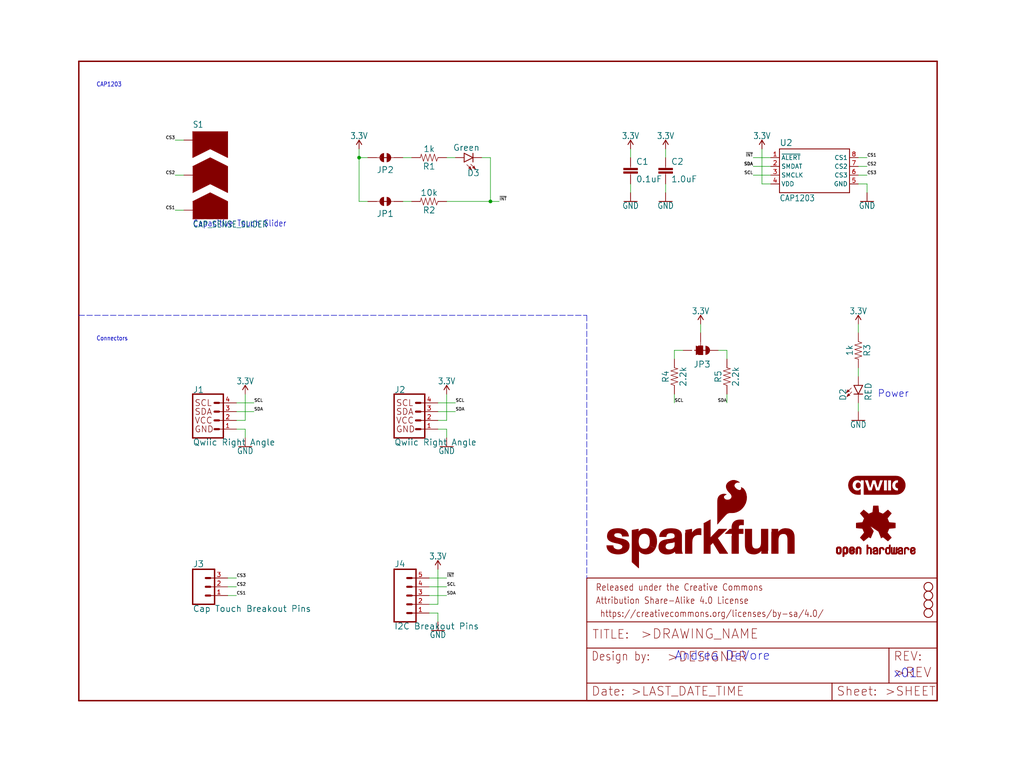
<source format=kicad_sch>
(kicad_sch (version 20211123) (generator eeschema)
  (paper "User" 297.002 223.926)
  (lib_symbols
    (symbol "eagleSchem-eagle-import:0.1UF-0603-25V-5%"
      (property "Reference" "C" (at 1.524 2.921 0))
      (property "Value" "0.1UF-0603-25V-5%" (at 1.524 -2.159 0))
      (symbol "0.1UF-0603-25V-5%_1_0"
        (pin passive line (at 0 5.08 270) (length 2.54) (name "1") (number "1"))
        (pin passive line (at 0 -2.54 90) (length 2.54) (name "2") (number "2"))
      )
    )
    (symbol "eagleSchem-eagle-import:1.0UF-0603-16V-10%"
      (property "Reference" "C" (at 1.524 2.921 0))
      (property "Value" "1.0UF-0603-16V-10%" (at 1.524 -2.159 0))
      (symbol "1.0UF-0603-16V-10%_1_0"
        (pin passive line (at 0 5.08 270) (length 2.54) (name "1") (number "1"))
        (pin passive line (at 0 -2.54 90) (length 2.54) (name "2") (number "2"))
      )
    )
    (symbol "eagleSchem-eagle-import:10KOHM-0603-1{slash}10W-1%"
      (property "Reference" "R" (at 0 1.524 0))
      (property "Value" "10KOHM-0603-1{slash}10W-1%" (at 0 -1.524 0))
      (symbol "10KOHM-0603-1{slash}10W-1%_1_0"
        (pin passive line (at -5.08 0 0) (length 2.54) (name "1") (number "1"))
        (pin passive line (at 5.08 0 180) (length 2.54) (name "2") (number "2"))
      )
    )
    (symbol "eagleSchem-eagle-import:1KOHM-0603-1{slash}10W-1%"
      (property "Reference" "R" (at 0 1.524 0))
      (property "Value" "1KOHM-0603-1{slash}10W-1%" (at 0 -1.524 0))
      (symbol "1KOHM-0603-1{slash}10W-1%_1_0"
        (pin passive line (at -5.08 0 0) (length 2.54) (name "1") (number "1"))
        (pin passive line (at 5.08 0 180) (length 2.54) (name "2") (number "2"))
      )
    )
    (symbol "eagleSchem-eagle-import:2.2KOHM-0603-1{slash}10W-1%"
      (property "Reference" "R" (at 0 1.524 0))
      (property "Value" "2.2KOHM-0603-1{slash}10W-1%" (at 0 -1.524 0))
      (symbol "2.2KOHM-0603-1{slash}10W-1%_1_0"
        (pin passive line (at -5.08 0 0) (length 2.54) (name "1") (number "1"))
        (pin passive line (at 5.08 0 180) (length 2.54) (name "2") (number "2"))
      )
    )
    (symbol "eagleSchem-eagle-import:3.3V" (power)
      (property "Value" "3.3V" (at 0 2.794 0))
      (symbol "3.3V_1_0"
        (pin power_in line (at 0 0 90) (length 2.54) (name "3.3V") (number "1"))
      )
    )
    (symbol "eagleSchem-eagle-import:CAP1203"
      (property "Reference" "U" (at -10.16 5.842 0))
      (property "Value" "CAP1203" (at -10.16 -10.16 0))
      (symbol "CAP1203_1_0"
        (pin output line (at -12.7 2.54 0) (length 2.54) (name "~{ALERT}") (number "1"))
        (pin bidirectional line (at -12.7 0 0) (length 2.54) (name "SMDAT") (number "2"))
        (pin input line (at -12.7 -2.54 0) (length 2.54) (name "SMCLK") (number "3"))
        (pin power_in line (at -12.7 -5.08 0) (length 2.54) (name "VDD") (number "4"))
        (pin power_in line (at 12.7 -5.08 180) (length 2.54) (name "GND") (number "5"))
        (pin bidirectional line (at 12.7 -2.54 180) (length 2.54) (name "CS3") (number "6"))
        (pin bidirectional line (at 12.7 0 180) (length 2.54) (name "CS2") (number "7"))
        (pin bidirectional line (at 12.7 2.54 180) (length 2.54) (name "CS1") (number "8"))
      )
    )
    (symbol "eagleSchem-eagle-import:CAP_SENSE_SLIDER"
      (property "Reference" "S" (at -5.08 13.716 0))
      (property "Value" "CAP_SENSE_SLIDER" (at -5.08 -15.24 0))
      (symbol "CAP_SENSE_SLIDER_1_0"
        (pin bidirectional line (at -7.62 -10.16 0) (length 2.54) (name "1") (number "1"))
        (pin bidirectional line (at -7.62 0 0) (length 2.54) (name "2") (number "2"))
        (pin bidirectional line (at -7.62 10.16 0) (length 2.54) (name "3") (number "3"))
      )
    )
    (symbol "eagleSchem-eagle-import:CONN_031X03_NO_SILK"
      (property "Reference" "J" (at -2.54 5.588 0))
      (property "Value" "CONN_031X03_NO_SILK" (at -2.54 -7.366 0))
      (symbol "CONN_031X03_NO_SILK_1_0"
        (pin passive line (at 7.62 -2.54 180) (length 5.08) (name "1") (number "1"))
        (pin passive line (at 7.62 0 180) (length 5.08) (name "2") (number "2"))
        (pin passive line (at 7.62 2.54 180) (length 5.08) (name "3") (number "3"))
      )
    )
    (symbol "eagleSchem-eagle-import:CONN_05NO_SILK"
      (property "Reference" "J" (at -2.54 8.128 0))
      (property "Value" "CONN_05NO_SILK" (at -2.54 -9.906 0))
      (symbol "CONN_05NO_SILK_1_0"
        (pin passive line (at 7.62 -5.08 180) (length 5.08) (name "1") (number "1"))
        (pin passive line (at 7.62 -2.54 180) (length 5.08) (name "2") (number "2"))
        (pin passive line (at 7.62 0 180) (length 5.08) (name "3") (number "3"))
        (pin passive line (at 7.62 2.54 180) (length 5.08) (name "4") (number "4"))
        (pin passive line (at 7.62 5.08 180) (length 5.08) (name "5") (number "5"))
      )
    )
    (symbol "eagleSchem-eagle-import:FRAME-LETTER"
      (symbol "FRAME-LETTER_2_0"
        (text " https://creativecommons.org/licenses/by-sa/4.0/" (at 2.54 24.13 0) (effects (font (size 1.9304 1.6408)) (justify left bottom)))
        (text ">DESIGNER" (at 23.114 11.176 0) (effects (font (size 2.7432 2.7432)) (justify left bottom)))
        (text ">DRAWING_NAME" (at 15.494 17.78 0) (effects (font (size 2.7432 2.7432)) (justify left bottom)))
        (text ">LAST_DATE_TIME" (at 12.7 1.27 0) (effects (font (size 2.54 2.54)) (justify left bottom)))
        (text ">REV" (at 88.9 6.604 0) (effects (font (size 2.7432 2.7432)) (justify left bottom)))
        (text ">SHEET" (at 86.36 1.27 0) (effects (font (size 2.54 2.54)) (justify left bottom)))
        (text "Attribution Share-Alike 4.0 License" (at 2.54 27.94 0) (effects (font (size 1.9304 1.6408)) (justify left bottom)))
        (text "Date:" (at 1.27 1.27 0) (effects (font (size 2.54 2.54)) (justify left bottom)))
        (text "Design by:" (at 1.27 11.43 0) (effects (font (size 2.54 2.159)) (justify left bottom)))
        (text "Released under the Creative Commons" (at 2.54 31.75 0) (effects (font (size 1.9304 1.6408)) (justify left bottom)))
        (text "REV:" (at 88.9 11.43 0) (effects (font (size 2.54 2.54)) (justify left bottom)))
        (text "Sheet:" (at 72.39 1.27 0) (effects (font (size 2.54 2.54)) (justify left bottom)))
        (text "TITLE:" (at 1.524 17.78 0) (effects (font (size 2.54 2.54)) (justify left bottom)))
      )
    )
    (symbol "eagleSchem-eagle-import:GND" (power)
      (property "Value" "GND" (at 0 -0.254 0))
      (symbol "GND_1_0"
        (pin power_in line (at 0 2.54 270) (length 2.54) (name "GND") (number "1"))
      )
    )
    (symbol "eagleSchem-eagle-import:I2C_STANDARDQWIIC"
      (property "Reference" "J" (at -5.08 7.874 0))
      (property "Value" "I2C_STANDARDQWIIC" (at -5.08 -5.334 0))
      (symbol "I2C_STANDARDQWIIC_1_0"
        (text "GND" (at -4.572 -2.54 0) (effects (font (size 1.778 1.778)) (justify left)))
        (text "SCL" (at -4.572 5.08 0) (effects (font (size 1.778 1.778)) (justify left)))
        (text "SDA" (at -4.572 2.54 0) (effects (font (size 1.778 1.778)) (justify left)))
        (text "VCC" (at -4.572 0 0) (effects (font (size 1.778 1.778)) (justify left)))
        (pin power_in line (at 7.62 -2.54 180) (length 5.08) (name "1") (number "1"))
        (pin power_in line (at 7.62 0 180) (length 5.08) (name "2") (number "2"))
        (pin passive line (at 7.62 2.54 180) (length 5.08) (name "3") (number "3"))
        (pin passive line (at 7.62 5.08 180) (length 5.08) (name "4") (number "4"))
      )
    )
    (symbol "eagleSchem-eagle-import:JUMPER-SMT_2_NC_TRACE_SILK"
      (property "Reference" "JP" (at -2.54 2.54 0))
      (property "Value" "JUMPER-SMT_2_NC_TRACE_SILK" (at -2.54 -2.54 0))
      (symbol "JUMPER-SMT_2_NC_TRACE_SILK_1_0"
        (pin passive line (at -5.08 0 0) (length 2.54) (name "1") (number "1"))
        (pin passive line (at 5.08 0 180) (length 2.54) (name "2") (number "2"))
      )
    )
    (symbol "eagleSchem-eagle-import:JUMPER-SMT_3_2-NC_TRACE_SILK"
      (property "Reference" "JP" (at 2.54 0.381 0))
      (property "Value" "JUMPER-SMT_3_2-NC_TRACE_SILK" (at 2.54 -0.381 0))
      (symbol "JUMPER-SMT_3_2-NC_TRACE_SILK_1_0"
        (pin passive line (at 0 5.08 270) (length 2.54) (name "1") (number "1"))
        (pin passive line (at -5.08 0 0) (length 2.54) (name "2") (number "2"))
        (pin passive line (at 0 -5.08 90) (length 2.54) (name "3") (number "3"))
      )
    )
    (symbol "eagleSchem-eagle-import:LED-GREEN1206-BOTTOM"
      (property "Reference" "D" (at -3.429 -4.572 90))
      (property "Value" "LED-GREEN1206-BOTTOM" (at 1.905 -4.572 90))
      (symbol "LED-GREEN1206-BOTTOM_1_0"
        (pin passive line (at 0 2.54 270) (length 2.54) (name "A") (number "A"))
        (pin passive line (at 0 -5.08 90) (length 2.54) (name "C") (number "C"))
      )
    )
    (symbol "eagleSchem-eagle-import:LED-RED0603"
      (property "Reference" "D" (at -3.429 -4.572 90))
      (property "Value" "LED-RED0603" (at 1.905 -4.572 90))
      (symbol "LED-RED0603_1_0"
        (pin passive line (at 0 2.54 270) (length 2.54) (name "A") (number "A"))
        (pin passive line (at 0 -5.08 90) (length 2.54) (name "C") (number "C"))
      )
    )
    (symbol "eagleSchem-eagle-import:OSHW-LOGOS")
    (symbol "eagleSchem-eagle-import:QWIIC_LOGO_5MM")
    (symbol "eagleSchem-eagle-import:SFE_LOGO_NAME_FLAME.1_INCH")
    (symbol "eagleSchem-eagle-import:STAND-OFF")
  )
  (junction (at 142.24 58.42))
  (junction (at 104.14 45.72))
  (wire (pts (xy 119.38 45.72) (xy 116.84 45.72)))
  (wire (pts (xy 129.54 121.92) (xy 129.54 114.3)))
  (wire (pts (xy 50.8 50.8) (xy 53.34 50.8)))
  (wire (pts (xy 53.34 40.64) (xy 50.8 40.64)))
  (wire (pts (xy 68.58 124.46) (xy 71.12 124.46)))
  (wire (pts (xy 124.46 170.18) (xy 129.54 170.18)))
  (wire (pts (xy 104.14 45.72) (xy 104.14 43.18)))
  (wire (pts (xy 66.04 172.72) (xy 68.58 172.72)))
  (wire (pts (xy 248.92 45.72) (xy 251.46 45.72)))
  (wire (pts (xy 248.92 116.84) (xy 248.92 119.38)))
  (wire (pts (xy 68.58 116.84) (xy 73.66 116.84)))
  (wire (pts (xy 223.52 50.8) (xy 218.44 50.8)))
  (wire (pts (xy 195.58 114.3) (xy 195.58 116.84)))
  (wire (pts (xy 127 124.46) (xy 129.54 124.46)))
  (wire (pts (xy 127 121.92) (xy 129.54 121.92)))
  (wire (pts (xy 210.82 101.6) (xy 210.82 104.14)))
  (wire (pts (xy 251.46 48.26) (xy 248.92 48.26)))
  (wire (pts (xy 223.52 45.72) (xy 218.44 45.72)))
  (wire (pts (xy 127 119.38) (xy 132.08 119.38)))
  (wire (pts (xy 223.52 53.34) (xy 220.98 53.34)))
  (wire (pts (xy 127 177.8) (xy 127 180.34)))
  (wire (pts (xy 139.7 45.72) (xy 142.24 45.72)))
  (wire (pts (xy 53.34 60.96) (xy 50.8 60.96)))
  (wire (pts (xy 251.46 50.8) (xy 248.92 50.8)))
  (wire (pts (xy 144.78 58.42) (xy 142.24 58.42)))
  (wire (pts (xy 142.24 58.42) (xy 129.54 58.42)))
  (wire (pts (xy 129.54 124.46) (xy 129.54 127)))
  (wire (pts (xy 124.46 167.64) (xy 129.54 167.64)))
  (wire (pts (xy 223.52 48.26) (xy 218.44 48.26)))
  (polyline (pts (xy 22.86 91.44) (xy 170.18 91.44)))
  (wire (pts (xy 124.46 175.26) (xy 127 175.26)))
  (wire (pts (xy 203.2 93.98) (xy 203.2 96.52)))
  (wire (pts (xy 127 175.26) (xy 127 165.1)))
  (wire (pts (xy 182.88 43.18) (xy 182.88 45.72)))
  (wire (pts (xy 124.46 177.8) (xy 127 177.8)))
  (wire (pts (xy 127 116.84) (xy 132.08 116.84)))
  (wire (pts (xy 208.28 101.6) (xy 210.82 101.6)))
  (wire (pts (xy 193.04 53.34) (xy 193.04 55.88)))
  (wire (pts (xy 129.54 45.72) (xy 132.08 45.72)))
  (wire (pts (xy 66.04 167.64) (xy 68.58 167.64)))
  (polyline (pts (xy 170.18 91.44) (xy 170.18 167.64)))
  (wire (pts (xy 116.84 58.42) (xy 119.38 58.42)))
  (wire (pts (xy 248.92 93.98) (xy 248.92 96.52)))
  (wire (pts (xy 71.12 124.46) (xy 71.12 127)))
  (wire (pts (xy 210.82 114.3) (xy 210.82 116.84)))
  (wire (pts (xy 251.46 53.34) (xy 251.46 55.88)))
  (wire (pts (xy 71.12 121.92) (xy 71.12 114.3)))
  (wire (pts (xy 220.98 53.34) (xy 220.98 43.18)))
  (wire (pts (xy 248.92 106.68) (xy 248.92 109.22)))
  (wire (pts (xy 142.24 45.72) (xy 142.24 58.42)))
  (wire (pts (xy 68.58 121.92) (xy 71.12 121.92)))
  (wire (pts (xy 106.68 45.72) (xy 104.14 45.72)))
  (wire (pts (xy 193.04 45.72) (xy 193.04 43.18)))
  (wire (pts (xy 198.12 101.6) (xy 195.58 101.6)))
  (wire (pts (xy 195.58 101.6) (xy 195.58 104.14)))
  (wire (pts (xy 66.04 170.18) (xy 68.58 170.18)))
  (wire (pts (xy 124.46 172.72) (xy 129.54 172.72)))
  (wire (pts (xy 68.58 119.38) (xy 73.66 119.38)))
  (wire (pts (xy 182.88 53.34) (xy 182.88 55.88)))
  (wire (pts (xy 106.68 58.42) (xy 104.14 58.42)))
  (wire (pts (xy 104.14 58.42) (xy 104.14 45.72)))
  (wire (pts (xy 248.92 53.34) (xy 251.46 53.34)))
  (text "x01" (at 259.08 196.85 180) (effects (font (size 2.54 2.54)) (justify left bottom)))
  (text "Andrea DeVore" (at 195.58 191.77 180) (effects (font (size 2.54 2.54)) (justify left bottom)))
  (text "CAP1203" (at 27.94 25.4 180) (effects (font (size 1.27 1.0795)) (justify left bottom)))
  (text "Capacitive Touch Slider" (at 55.88 66.04 180) (effects (font (size 1.778 1.5113)) (justify left bottom)))
  (text "Power" (at 259.08 114.3 180) (effects (font (size 2.032 2.032))))
  (text "Connectors" (at 27.94 99.06 180) (effects (font (size 1.27 1.0795)) (justify left bottom)))
  (label "CS3" (at 50.8 40.64 180) (effects (font (size 0.889 0.889))))
  (label "SCL" (at 73.66 116.84 0) (effects (font (size 0.889 0.889))))
  (label "SDA" (at 129.54 172.72 0) (effects (font (size 0.889 0.889))))
  (label "SDA" (at 73.66 119.38 0) (effects (font (size 0.889 0.889))))
  (label "CS3" (at 251.46 50.8 0) (effects (font (size 0.889 0.889))))
  (label "~{INT}" (at 218.44 45.72 180) (effects (font (size 0.889 0.889))))
  (label "SCL" (at 132.08 116.84 0) (effects (font (size 0.889 0.889))))
  (label "CS3" (at 68.58 167.64 0) (effects (font (size 0.889 0.889))))
  (label "SDA" (at 210.82 116.84 180) (effects (font (size 0.889 0.889))))
  (label "CS1" (at 251.46 45.72 0) (effects (font (size 0.889 0.889))))
  (label "CS2" (at 68.58 170.18 0) (effects (font (size 0.889 0.889))))
  (label "CS1" (at 50.8 60.96 180) (effects (font (size 0.889 0.889))))
  (label "SCL" (at 195.58 116.84 0) (effects (font (size 0.889 0.889))))
  (label "SCL" (at 218.44 50.8 180) (effects (font (size 0.889 0.889))))
  (label "SDA" (at 218.44 48.26 180) (effects (font (size 0.889 0.889))))
  (label "SDA" (at 218.44 48.26 180) (effects (font (size 0.889 0.889))))
  (label "SCL" (at 129.54 170.18 0) (effects (font (size 0.889 0.889))))
  (label "~{INT}" (at 144.78 58.42 0) (effects (font (size 0.889 0.889))))
  (label "CS1" (at 68.58 172.72 0) (effects (font (size 0.889 0.889))))
  (label "~{INT}" (at 129.54 167.64 0) (effects (font (size 0.889 0.889))))
  (label "CS2" (at 251.46 48.26 0) (effects (font (size 0.889 0.889))))
  (label "SDA" (at 132.08 119.38 0) (effects (font (size 0.889 0.889))))
  (label "CS2" (at 50.8 50.8 180) (effects (font (size 0.889 0.889))))
  (symbol (lib_id "eagleSchem-eagle-import:JUMPER-SMT_3_2-NC_TRACE_SILK") (at 203.2 101.6 270) (unit 1)
    (property "Reference" "JP3" (at 201.041 106.68 90) (effects (font (size 1.778 1.778)) (justify left bottom)))
    (property "Value" "JUMPER-SMT_3_2-NC_TRACE_SILK" (effects hide))
    (property "Footprint" "eagleSchem:SMT-JUMPER_3_2-NC_TRACE_SILK" (effects hide))
  )
  (symbol (lib_id "eagleSchem-eagle-import:1KOHM-0603-1{slash}10W-1%") (at 248.92 101.6 270) (unit 1)
    (property "Reference" "R3" (at 250.444 101.6 0) (effects (font (size 1.778 1.778)) (justify bottom)))
    (property "Value" "1k" (at 247.396 101.6 0) (effects (font (size 1.778 1.778)) (justify top)))
    (property "Footprint" "eagleSchem:0603" (effects hide))
  )
  (symbol (lib_id "eagleSchem-eagle-import:CONN_05NO_SILK") (at 116.84 172.72 0) (unit 1)
    (property "Reference" "J4" (at 114.3 164.592 0) (effects (font (size 1.778 1.778)) (justify left bottom)))
    (property "Value" "I2C Breakout Pins" (at 114.3 182.626 0) (effects (font (size 1.778 1.778)) (justify left bottom)))
    (property "Footprint" "eagleSchem:1X05_NO_SILK" (effects hide))
  )
  (symbol (lib_id "eagleSchem-eagle-import:I2C_STANDARDQWIIC") (at 60.96 121.92 0) (unit 1)
    (property "Reference" "J1" (at 55.88 114.046 0) (effects (font (size 1.778 1.778)) (justify left bottom)))
    (property "Value" "Qwiic Right Angle" (at 55.88 127.254 0) (effects (font (size 1.778 1.778)) (justify left top)))
    (property "Footprint" "eagleSchem:JST04_1MM_RA" (effects hide))
  )
  (symbol (lib_id "eagleSchem-eagle-import:2.2KOHM-0603-1{slash}10W-1%") (at 195.58 109.22 90) (unit 1)
    (property "Reference" "R4" (at 194.056 109.22 0) (effects (font (size 1.778 1.778)) (justify bottom)))
    (property "Value" "2.2k" (at 197.104 109.22 0) (effects (font (size 1.778 1.778)) (justify top)))
    (property "Footprint" "eagleSchem:0603" (effects hide))
  )
  (symbol (lib_id "eagleSchem-eagle-import:1.0UF-0603-16V-10%") (at 193.04 50.8 0) (unit 1)
    (property "Reference" "C2" (at 194.564 47.879 0) (effects (font (size 1.778 1.778)) (justify left bottom)))
    (property "Value" "1.0uF" (at 194.564 52.959 0) (effects (font (size 1.778 1.778)) (justify left bottom)))
    (property "Footprint" "eagleSchem:0603" (effects hide))
  )
  (symbol (lib_id "eagleSchem-eagle-import:3.3V") (at 127 165.1 0) (unit 1)
    (property "Reference" "#SUPPLY6" (effects hide))
    (property "Value" "3.3V" (at 127 162.306 0) (effects (font (size 1.778 1.5113)) (justify bottom)))
    (property "Footprint" "eagleSchem:" (effects hide))
  )
  (symbol (lib_id "eagleSchem-eagle-import:OSHW-LOGOS") (at 254 152.4 0) (unit 1)
    (property "Reference" "LOGO3" (effects hide))
    (property "Value" "OSHW-LOGOS" (effects hide))
    (property "Footprint" "eagleSchem:OSHW-LOGO-S" (effects hide))
  )
  (symbol (lib_id "eagleSchem-eagle-import:3.3V") (at 248.92 93.98 0) (unit 1)
    (property "Reference" "#SUPPLY3" (effects hide))
    (property "Value" "3.3V" (at 248.92 91.186 0) (effects (font (size 1.778 1.5113)) (justify bottom)))
    (property "Footprint" "eagleSchem:" (effects hide))
  )
  (symbol (lib_id "eagleSchem-eagle-import:GND") (at 182.88 58.42 0) (unit 1)
    (property "Reference" "#GND6" (effects hide))
    (property "Value" "GND" (at 182.88 58.674 0) (effects (font (size 1.778 1.5113)) (justify top)))
    (property "Footprint" "eagleSchem:" (effects hide))
  )
  (symbol (lib_id "eagleSchem-eagle-import:3.3V") (at 71.12 114.3 0) (unit 1)
    (property "Reference" "#SUPPLY5" (effects hide))
    (property "Value" "3.3V" (at 71.12 111.506 0) (effects (font (size 1.778 1.5113)) (justify bottom)))
    (property "Footprint" "eagleSchem:" (effects hide))
  )
  (symbol (lib_id "eagleSchem-eagle-import:JUMPER-SMT_2_NC_TRACE_SILK") (at 111.76 45.72 180) (unit 1)
    (property "Reference" "JP2" (at 114.3 48.26 0) (effects (font (size 1.778 1.778)) (justify left bottom)))
    (property "Value" "JUMPER-SMT_2_NC_TRACE_SILK" (effects hide))
    (property "Footprint" "eagleSchem:SMT-JUMPER_2_NC_TRACE_SILK" (effects hide))
  )
  (symbol (lib_id "eagleSchem-eagle-import:1KOHM-0603-1{slash}10W-1%") (at 124.46 45.72 180) (unit 1)
    (property "Reference" "R1" (at 124.46 47.244 0) (effects (font (size 1.778 1.778)) (justify bottom)))
    (property "Value" "1k" (at 124.46 44.196 0) (effects (font (size 1.778 1.778)) (justify top)))
    (property "Footprint" "eagleSchem:0603" (effects hide))
  )
  (symbol (lib_id "eagleSchem-eagle-import:3.3V") (at 203.2 93.98 0) (unit 1)
    (property "Reference" "#SUPPLY7" (effects hide))
    (property "Value" "3.3V" (at 203.2 91.186 0) (effects (font (size 1.778 1.5113)) (justify bottom)))
    (property "Footprint" "eagleSchem:" (effects hide))
  )
  (symbol (lib_id "eagleSchem-eagle-import:2.2KOHM-0603-1{slash}10W-1%") (at 210.82 109.22 90) (unit 1)
    (property "Reference" "R5" (at 209.296 109.22 0) (effects (font (size 1.778 1.778)) (justify bottom)))
    (property "Value" "2.2k" (at 212.344 109.22 0) (effects (font (size 1.778 1.778)) (justify top)))
    (property "Footprint" "eagleSchem:0603" (effects hide))
  )
  (symbol (lib_id "eagleSchem-eagle-import:GND") (at 127 182.88 0) (unit 1)
    (property "Reference" "#GND7" (effects hide))
    (property "Value" "GND" (at 127 183.134 0) (effects (font (size 1.778 1.5113)) (justify top)))
    (property "Footprint" "eagleSchem:" (effects hide))
  )
  (symbol (lib_id "eagleSchem-eagle-import:3.3V") (at 182.88 43.18 0) (mirror y) (unit 1)
    (property "Reference" "#SUPPLY9" (effects hide))
    (property "Value" "3.3V" (at 182.88 40.386 0) (effects (font (size 1.778 1.5113)) (justify bottom)))
    (property "Footprint" "eagleSchem:" (effects hide))
  )
  (symbol (lib_id "eagleSchem-eagle-import:CAP_SENSE_SLIDER") (at 60.96 50.8 0) (unit 1)
    (property "Reference" "S1" (at 55.88 37.084 0) (effects (font (size 1.778 1.5113)) (justify left bottom)))
    (property "Value" "CAP_SENSE_SLIDER" (at 55.88 66.04 0) (effects (font (size 1.778 1.5113)) (justify left bottom)))
    (property "Footprint" "eagleSchem:CAP_SENSE_SLIDER" (effects hide))
  )
  (symbol (lib_id "eagleSchem-eagle-import:10KOHM-0603-1{slash}10W-1%") (at 124.46 58.42 180) (unit 1)
    (property "Reference" "R2" (at 124.46 59.944 0) (effects (font (size 1.778 1.778)) (justify bottom)))
    (property "Value" "10k" (at 124.46 56.896 0) (effects (font (size 1.778 1.778)) (justify top)))
    (property "Footprint" "eagleSchem:0603" (effects hide))
  )
  (symbol (lib_id "eagleSchem-eagle-import:LED-RED0603") (at 248.92 111.76 0) (unit 1)
    (property "Reference" "D2" (at 245.491 116.332 90) (effects (font (size 1.778 1.778)) (justify left bottom)))
    (property "Value" "RED" (at 250.825 116.332 90) (effects (font (size 1.778 1.778)) (justify left top)))
    (property "Footprint" "eagleSchem:LED-0603" (effects hide))
  )
  (symbol (lib_id "eagleSchem-eagle-import:STAND-OFF") (at 269.24 177.8 0) (unit 1)
    (property "Reference" "H2" (effects hide))
    (property "Value" "STAND-OFF" (effects hide))
    (property "Footprint" "eagleSchem:STAND-OFF" (effects hide))
  )
  (symbol (lib_id "eagleSchem-eagle-import:FRAME-LETTER") (at 170.18 203.2 0) (unit 2)
    (property "Reference" "FRAME1" (effects hide))
    (property "Value" "FRAME-LETTER" (effects hide))
    (property "Footprint" "eagleSchem:CREATIVE_COMMONS" (effects hide))
  )
  (symbol (lib_id "eagleSchem-eagle-import:QWIIC_LOGO_5MM") (at 254.254 140.716 0) (unit 1)
    (property "Reference" "U$17" (effects hide))
    (property "Value" "QWIIC_LOGO_5MM" (effects hide))
    (property "Footprint" "eagleSchem:QWIIC_5MM" (effects hide))
  )
  (symbol (lib_id "eagleSchem-eagle-import:GND") (at 129.54 129.54 0) (unit 1)
    (property "Reference" "#GND4" (effects hide))
    (property "Value" "GND" (at 129.54 129.794 0) (effects (font (size 1.778 1.5113)) (justify top)))
    (property "Footprint" "eagleSchem:" (effects hide))
  )
  (symbol (lib_id "eagleSchem-eagle-import:SFE_LOGO_NAME_FLAME.1_INCH") (at 175.26 165.1 0) (unit 1)
    (property "Reference" "LOGO1" (effects hide))
    (property "Value" "SFE_LOGO_NAME_FLAME.1_INCH" (effects hide))
    (property "Footprint" "eagleSchem:SFE_LOGO_NAME_FLAME_.1" (effects hide))
  )
  (symbol (lib_id "eagleSchem-eagle-import:LED-GREEN1206-BOTTOM") (at 134.62 45.72 90) (unit 1)
    (property "Reference" "D3" (at 139.192 49.149 90) (effects (font (size 1.778 1.778)) (justify left bottom)))
    (property "Value" "Green" (at 139.192 43.815 90) (effects (font (size 1.778 1.778)) (justify left top)))
    (property "Footprint" "eagleSchem:LED-1206-BOTTOM" (effects hide))
  )
  (symbol (lib_id "eagleSchem-eagle-import:3.3V") (at 193.04 43.18 0) (mirror y) (unit 1)
    (property "Reference" "#SUPPLY8" (effects hide))
    (property "Value" "3.3V" (at 193.04 40.386 0) (effects (font (size 1.778 1.5113)) (justify bottom)))
    (property "Footprint" "eagleSchem:" (effects hide))
  )
  (symbol (lib_id "eagleSchem-eagle-import:I2C_STANDARDQWIIC") (at 119.38 121.92 0) (unit 1)
    (property "Reference" "J2" (at 114.3 114.046 0) (effects (font (size 1.778 1.778)) (justify left bottom)))
    (property "Value" "Qwiic Right Angle" (at 114.3 127.254 0) (effects (font (size 1.778 1.778)) (justify left top)))
    (property "Footprint" "eagleSchem:JST04_1MM_RA" (effects hide))
  )
  (symbol (lib_id "eagleSchem-eagle-import:STAND-OFF") (at 269.24 175.26 0) (unit 1)
    (property "Reference" "H5" (effects hide))
    (property "Value" "STAND-OFF" (effects hide))
    (property "Footprint" "eagleSchem:STAND-OFF" (effects hide))
  )
  (symbol (lib_id "eagleSchem-eagle-import:0.1UF-0603-25V-5%") (at 182.88 50.8 0) (unit 1)
    (property "Reference" "C1" (at 184.404 47.879 0) (effects (font (size 1.778 1.778)) (justify left bottom)))
    (property "Value" "0.1uF" (at 184.404 52.959 0) (effects (font (size 1.778 1.778)) (justify left bottom)))
    (property "Footprint" "eagleSchem:0603" (effects hide))
  )
  (symbol (lib_id "eagleSchem-eagle-import:GND") (at 71.12 129.54 0) (unit 1)
    (property "Reference" "#GND5" (effects hide))
    (property "Value" "GND" (at 71.12 129.794 0) (effects (font (size 1.778 1.5113)) (justify top)))
    (property "Footprint" "eagleSchem:" (effects hide))
  )
  (symbol (lib_id "eagleSchem-eagle-import:GND") (at 193.04 58.42 0) (unit 1)
    (property "Reference" "#GND2" (effects hide))
    (property "Value" "GND" (at 193.04 58.674 0) (effects (font (size 1.778 1.5113)) (justify top)))
    (property "Footprint" "eagleSchem:" (effects hide))
  )
  (symbol (lib_id "eagleSchem-eagle-import:3.3V") (at 220.98 43.18 0) (mirror y) (unit 1)
    (property "Reference" "#SUPPLY1" (effects hide))
    (property "Value" "3.3V" (at 220.98 40.386 0) (effects (font (size 1.778 1.5113)) (justify bottom)))
    (property "Footprint" "eagleSchem:" (effects hide))
  )
  (symbol (lib_id "eagleSchem-eagle-import:STAND-OFF") (at 269.24 170.18 0) (unit 1)
    (property "Reference" "H3" (effects hide))
    (property "Value" "STAND-OFF" (effects hide))
    (property "Footprint" "eagleSchem:STAND-OFF" (effects hide))
  )
  (symbol (lib_id "eagleSchem-eagle-import:CONN_031X03_NO_SILK") (at 58.42 170.18 0) (unit 1)
    (property "Reference" "J3" (at 55.88 164.592 0) (effects (font (size 1.778 1.778)) (justify left bottom)))
    (property "Value" "Cap Touch Breakout Pins" (at 55.88 177.546 0) (effects (font (size 1.778 1.778)) (justify left bottom)))
    (property "Footprint" "eagleSchem:1X03_NO_SILK" (effects hide))
  )
  (symbol (lib_id "eagleSchem-eagle-import:GND") (at 251.46 58.42 0) (unit 1)
    (property "Reference" "#GND1" (effects hide))
    (property "Value" "GND" (at 251.46 58.674 0) (effects (font (size 1.778 1.5113)) (justify top)))
    (property "Footprint" "eagleSchem:" (effects hide))
  )
  (symbol (lib_id "eagleSchem-eagle-import:STAND-OFF") (at 269.24 172.72 0) (unit 1)
    (property "Reference" "H1" (effects hide))
    (property "Value" "STAND-OFF" (effects hide))
    (property "Footprint" "eagleSchem:STAND-OFF" (effects hide))
  )
  (symbol (lib_id "eagleSchem-eagle-import:FRAME-LETTER") (at 22.86 203.2 0) (unit 1)
    (property "Reference" "FRAME1" (effects hide))
    (property "Value" "FRAME-LETTER" (effects hide))
    (property "Footprint" "eagleSchem:CREATIVE_COMMONS" (effects hide))
  )
  (symbol (lib_id "eagleSchem-eagle-import:3.3V") (at 129.54 114.3 0) (unit 1)
    (property "Reference" "#SUPPLY4" (effects hide))
    (property "Value" "3.3V" (at 129.54 111.506 0) (effects (font (size 1.778 1.5113)) (justify bottom)))
    (property "Footprint" "eagleSchem:" (effects hide))
  )
  (symbol (lib_id "eagleSchem-eagle-import:CAP1203") (at 236.22 48.26 0) (unit 1)
    (property "Reference" "U2" (at 226.06 42.418 0) (effects (font (size 1.778 1.778)) (justify left bottom)))
    (property "Value" "CAP1203" (at 226.06 58.42 0) (effects (font (size 1.778 1.5113)) (justify left bottom)))
    (property "Footprint" "eagleSchem:SO08-TIGHT" (effects hide))
  )
  (symbol (lib_id "eagleSchem-eagle-import:JUMPER-SMT_2_NC_TRACE_SILK") (at 111.76 58.42 180) (unit 1)
    (property "Reference" "JP1" (at 114.3 60.96 0) (effects (font (size 1.778 1.778)) (justify left bottom)))
    (property "Value" "JUMPER-SMT_2_NC_TRACE_SILK" (effects hide))
    (property "Footprint" "eagleSchem:SMT-JUMPER_2_NC_TRACE_SILK" (effects hide))
  )
  (symbol (lib_id "eagleSchem-eagle-import:GND") (at 248.92 121.92 0) (unit 1)
    (property "Reference" "#GND3" (effects hide))
    (property "Value" "GND" (at 248.92 122.174 0) (effects (font (size 1.778 1.5113)) (justify top)))
    (property "Footprint" "eagleSchem:" (effects hide))
  )
  (symbol (lib_id "eagleSchem-eagle-import:3.3V") (at 104.14 43.18 0) (unit 1)
    (property "Reference" "#SUPPLY2" (effects hide))
    (property "Value" "3.3V" (at 104.14 40.386 0) (effects (font (size 1.778 1.5113)) (justify bottom)))
    (property "Footprint" "eagleSchem:" (effects hide))
  )
)
</source>
